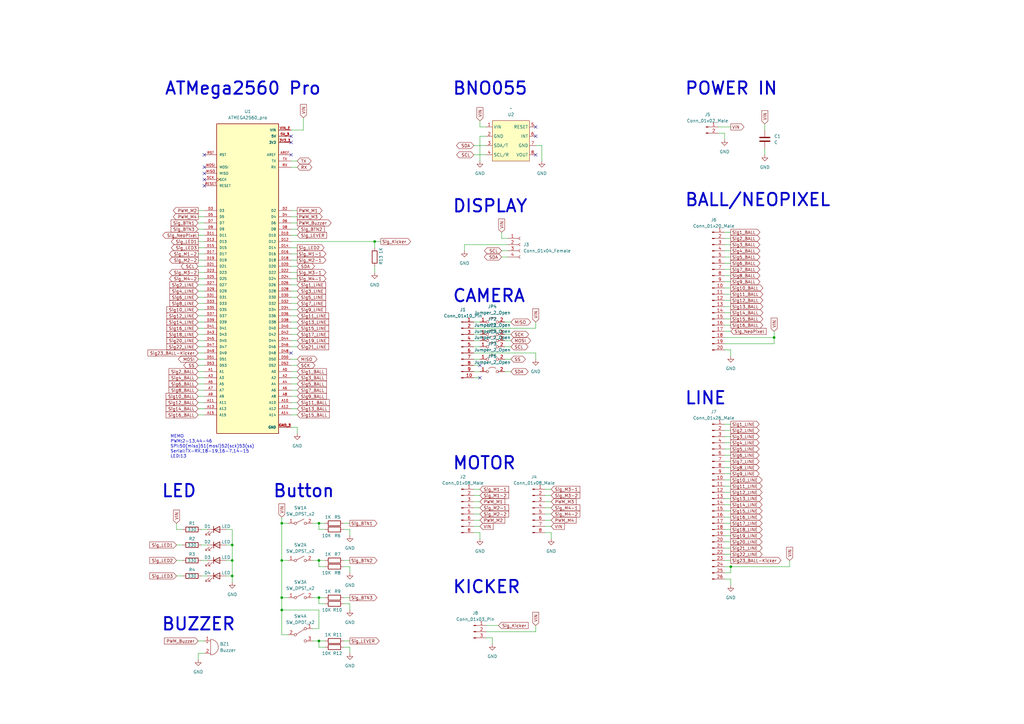
<source format=kicad_sch>
(kicad_sch (version 20231120) (generator "eeschema") (generator_version "8.0")
  (paper "A3")
  (junction (at 299.72 232.41))
  (junction (at 115.57 214.63))
  (junction (at 95.25 223.52))
  (junction (at 130.81 245.11))
  (junction (at 130.81 229.87))
  (junction (at 115.57 229.87))
  (junction (at 95.25 236.22))
  (junction (at 130.81 214.63))
  (junction (at 95.25 229.87))
  (junction (at 153.67 99.06))
  (junction (at 115.57 250.19))
  (junction (at 317.5 138.43))
  (junction (at 130.81 262.89))
  (junction (at 115.57 245.11))
  (no_connect (at 119.38 144.78))
  (no_connect (at 196.85 149.86))
  (no_connect (at 196.85 154.94))
  (no_connect (at 83.82 63.5))
  (no_connect (at 83.82 73.66))
  (no_connect (at 83.82 71.12))
  (no_connect (at 83.82 68.58))
  (no_connect (at 119.38 58.42))
  (no_connect (at 119.38 55.88))
  (no_connect (at 219.71 63.5))
  (no_connect (at 119.38 63.5))
  (no_connect (at 219.71 52.07))
  (no_connect (at 219.71 55.88))
  (no_connect (at 83.82 76.2))
  (wire (pts (xy 119.38 121.92) (xy 121.92 121.92)))
  (wire (pts (xy 119.38 127) (xy 121.92 127)))
  (wire (pts (xy 205.74 102.87) (xy 208.28 102.87)))
  (wire (pts (xy 313.69 50.8) (xy 313.69 53.34)))
  (wire (pts (xy 194.31 215.9) (xy 196.85 215.9)))
  (wire (pts (xy 223.52 215.9) (xy 226.06 215.9)))
  (wire (pts (xy 297.18 143.51) (xy 299.72 143.51)))
  (wire (pts (xy 199.39 55.88) (xy 196.85 55.88)))
  (wire (pts (xy 81.28 129.54) (xy 83.82 129.54)))
  (wire (pts (xy 297.18 113.03) (xy 299.72 113.03)))
  (wire (pts (xy 143.51 232.41) (xy 143.51 234.95)))
  (wire (pts (xy 124.46 48.26) (xy 124.46 53.34)))
  (wire (pts (xy 297.18 212.09) (xy 299.72 212.09)))
  (wire (pts (xy 223.52 203.2) (xy 226.06 203.2)))
  (wire (pts (xy 194.31 59.69) (xy 199.39 59.69)))
  (wire (pts (xy 81.28 127) (xy 83.82 127)))
  (wire (pts (xy 74.93 217.17) (xy 72.39 217.17)))
  (wire (pts (xy 140.97 265.43) (xy 143.51 265.43)))
  (wire (pts (xy 194.31 142.24) (xy 196.85 142.24)))
  (wire (pts (xy 83.82 144.78) (xy 81.28 144.78)))
  (wire (pts (xy 297.18 110.49) (xy 299.72 110.49)))
  (wire (pts (xy 297.18 229.87) (xy 299.72 229.87)))
  (wire (pts (xy 196.85 55.88) (xy 196.85 66.04)))
  (wire (pts (xy 119.38 132.08) (xy 121.92 132.08)))
  (wire (pts (xy 81.28 91.44) (xy 83.82 91.44)))
  (wire (pts (xy 297.18 179.07) (xy 299.72 179.07)))
  (wire (pts (xy 92.71 217.17) (xy 95.25 217.17)))
  (wire (pts (xy 115.57 214.63) (xy 118.11 214.63)))
  (wire (pts (xy 297.18 237.49) (xy 299.72 237.49)))
  (wire (pts (xy 81.28 104.14) (xy 83.82 104.14)))
  (wire (pts (xy 201.93 261.62) (xy 201.93 264.16)))
  (wire (pts (xy 119.38 116.84) (xy 121.92 116.84)))
  (wire (pts (xy 153.67 99.06) (xy 156.21 99.06)))
  (wire (pts (xy 297.18 54.61) (xy 297.18 57.15)))
  (wire (pts (xy 140.97 229.87) (xy 143.51 229.87)))
  (wire (pts (xy 297.18 219.71) (xy 299.72 219.71)))
  (wire (pts (xy 74.93 236.22) (xy 72.39 236.22)))
  (wire (pts (xy 92.71 236.22) (xy 95.25 236.22)))
  (wire (pts (xy 143.51 247.65) (xy 143.51 250.19)))
  (wire (pts (xy 130.81 229.87) (xy 130.81 232.41)))
  (wire (pts (xy 297.18 189.23) (xy 299.72 189.23)))
  (wire (pts (xy 194.31 144.78) (xy 219.71 144.78)))
  (wire (pts (xy 140.97 214.63) (xy 143.51 214.63)))
  (wire (pts (xy 81.28 88.9) (xy 83.82 88.9)))
  (wire (pts (xy 130.81 214.63) (xy 130.81 217.17)))
  (wire (pts (xy 119.38 66.04) (xy 121.92 66.04)))
  (wire (pts (xy 81.28 142.24) (xy 83.82 142.24)))
  (wire (pts (xy 299.72 237.49) (xy 299.72 240.03)))
  (wire (pts (xy 297.18 120.65) (xy 299.72 120.65)))
  (wire (pts (xy 81.28 109.22) (xy 83.82 109.22)))
  (wire (pts (xy 297.18 234.95) (xy 299.72 234.95)))
  (wire (pts (xy 119.38 101.6) (xy 121.92 101.6)))
  (wire (pts (xy 81.28 162.56) (xy 83.82 162.56)))
  (wire (pts (xy 115.57 214.63) (xy 115.57 229.87)))
  (wire (pts (xy 153.67 99.06) (xy 153.67 101.6)))
  (wire (pts (xy 194.31 137.16) (xy 196.85 137.16)))
  (wire (pts (xy 130.81 262.89) (xy 130.81 265.43)))
  (wire (pts (xy 115.57 229.87) (xy 115.57 245.11)))
  (wire (pts (xy 199.39 259.08) (xy 219.71 259.08)))
  (wire (pts (xy 128.27 245.11) (xy 130.81 245.11)))
  (wire (pts (xy 223.52 210.82) (xy 226.06 210.82)))
  (wire (pts (xy 297.18 214.63) (xy 299.72 214.63)))
  (wire (pts (xy 194.31 203.2) (xy 196.85 203.2)))
  (wire (pts (xy 207.01 132.08) (xy 209.55 132.08)))
  (wire (pts (xy 130.81 229.87) (xy 133.35 229.87)))
  (wire (pts (xy 199.39 256.54) (xy 204.47 256.54)))
  (wire (pts (xy 95.25 236.22) (xy 95.25 238.76)))
  (wire (pts (xy 81.28 101.6) (xy 83.82 101.6)))
  (wire (pts (xy 323.85 229.87) (xy 323.85 232.41)))
  (wire (pts (xy 130.81 265.43) (xy 133.35 265.43)))
  (wire (pts (xy 119.38 134.62) (xy 121.92 134.62)))
  (wire (pts (xy 119.38 88.9) (xy 121.92 88.9)))
  (wire (pts (xy 119.38 53.34) (xy 124.46 53.34)))
  (wire (pts (xy 121.92 175.26) (xy 119.38 175.26)))
  (wire (pts (xy 140.97 245.11) (xy 143.51 245.11)))
  (wire (pts (xy 81.28 137.16) (xy 83.82 137.16)))
  (wire (pts (xy 81.28 119.38) (xy 83.82 119.38)))
  (wire (pts (xy 119.38 91.44) (xy 121.92 91.44)))
  (wire (pts (xy 223.52 208.28) (xy 226.06 208.28)))
  (wire (pts (xy 121.92 177.8) (xy 121.92 175.26)))
  (wire (pts (xy 297.18 196.85) (xy 299.72 196.85)))
  (wire (pts (xy 82.55 223.52) (xy 85.09 223.52)))
  (wire (pts (xy 208.28 97.79) (xy 205.74 97.79)))
  (wire (pts (xy 81.28 262.89) (xy 83.82 262.89)))
  (wire (pts (xy 219.71 132.08) (xy 219.71 134.62)))
  (wire (pts (xy 194.31 213.36) (xy 196.85 213.36)))
  (wire (pts (xy 299.72 143.51) (xy 299.72 146.05)))
  (wire (pts (xy 81.28 99.06) (xy 83.82 99.06)))
  (wire (pts (xy 297.18 102.87) (xy 299.72 102.87)))
  (wire (pts (xy 130.81 245.11) (xy 133.35 245.11)))
  (wire (pts (xy 74.93 223.52) (xy 72.39 223.52)))
  (wire (pts (xy 81.28 96.52) (xy 83.82 96.52)))
  (wire (pts (xy 95.25 217.17) (xy 95.25 223.52)))
  (wire (pts (xy 130.81 217.17) (xy 133.35 217.17)))
  (wire (pts (xy 297.18 232.41) (xy 299.72 232.41)))
  (wire (pts (xy 297.18 133.35) (xy 299.72 133.35)))
  (wire (pts (xy 194.31 132.08) (xy 196.85 132.08)))
  (wire (pts (xy 196.85 218.44) (xy 194.31 218.44)))
  (wire (pts (xy 82.55 217.17) (xy 85.09 217.17)))
  (wire (pts (xy 194.31 152.4) (xy 196.85 152.4)))
  (wire (pts (xy 294.64 52.07) (xy 299.72 52.07)))
  (wire (pts (xy 219.71 59.69) (xy 222.25 59.69)))
  (wire (pts (xy 143.51 217.17) (xy 143.51 219.71)))
  (wire (pts (xy 119.38 68.58) (xy 121.92 68.58)))
  (wire (pts (xy 81.28 93.98) (xy 83.82 93.98)))
  (wire (pts (xy 130.81 262.89) (xy 133.35 262.89)))
  (wire (pts (xy 219.71 256.54) (xy 219.71 259.08)))
  (wire (pts (xy 190.5 100.33) (xy 190.5 102.87)))
  (wire (pts (xy 119.38 111.76) (xy 121.92 111.76)))
  (wire (pts (xy 207.01 139.7) (xy 209.55 139.7)))
  (wire (pts (xy 153.67 109.22) (xy 153.67 111.76)))
  (wire (pts (xy 81.28 116.84) (xy 83.82 116.84)))
  (wire (pts (xy 196.85 52.07) (xy 196.85 49.53)))
  (wire (pts (xy 297.18 224.79) (xy 299.72 224.79)))
  (wire (pts (xy 83.82 267.97) (xy 81.28 267.97)))
  (wire (pts (xy 297.18 173.99) (xy 299.72 173.99)))
  (wire (pts (xy 92.71 229.87) (xy 95.25 229.87)))
  (wire (pts (xy 317.5 135.89) (xy 317.5 138.43)))
  (wire (pts (xy 82.55 229.87) (xy 85.09 229.87)))
  (wire (pts (xy 297.18 130.81) (xy 299.72 130.81)))
  (wire (pts (xy 297.18 181.61) (xy 299.72 181.61)))
  (wire (pts (xy 223.52 200.66) (xy 226.06 200.66)))
  (wire (pts (xy 297.18 105.41) (xy 299.72 105.41)))
  (wire (pts (xy 199.39 52.07) (xy 196.85 52.07)))
  (wire (pts (xy 297.18 135.89) (xy 299.72 135.89)))
  (wire (pts (xy 119.38 170.18) (xy 121.92 170.18)))
  (wire (pts (xy 81.28 132.08) (xy 83.82 132.08)))
  (wire (pts (xy 81.28 267.97) (xy 81.28 270.51)))
  (wire (pts (xy 82.55 236.22) (xy 85.09 236.22)))
  (wire (pts (xy 119.38 93.98) (xy 121.92 93.98)))
  (wire (pts (xy 199.39 261.62) (xy 201.93 261.62)))
  (wire (pts (xy 74.93 229.87) (xy 72.39 229.87)))
  (wire (pts (xy 119.38 160.02) (xy 121.92 160.02)))
  (wire (pts (xy 140.97 217.17) (xy 143.51 217.17)))
  (wire (pts (xy 119.38 129.54) (xy 121.92 129.54)))
  (wire (pts (xy 297.18 204.47) (xy 299.72 204.47)))
  (wire (pts (xy 130.81 245.11) (xy 130.81 247.65)))
  (wire (pts (xy 119.38 119.38) (xy 121.92 119.38)))
  (wire (pts (xy 317.5 140.97) (xy 317.5 138.43)))
  (wire (pts (xy 226.06 218.44) (xy 223.52 218.44)))
  (wire (pts (xy 119.38 162.56) (xy 121.92 162.56)))
  (wire (pts (xy 299.72 232.41) (xy 323.85 232.41)))
  (wire (pts (xy 297.18 128.27) (xy 299.72 128.27)))
  (wire (pts (xy 81.28 106.68) (xy 83.82 106.68)))
  (wire (pts (xy 81.28 134.62) (xy 83.82 134.62)))
  (wire (pts (xy 297.18 191.77) (xy 299.72 191.77)))
  (wire (pts (xy 95.25 223.52) (xy 95.25 229.87)))
  (wire (pts (xy 207.01 152.4) (xy 209.55 152.4)))
  (wire (pts (xy 121.92 109.22) (xy 119.38 109.22)))
  (wire (pts (xy 297.18 186.69) (xy 299.72 186.69)))
  (wire (pts (xy 297.18 184.15) (xy 299.72 184.15)))
  (wire (pts (xy 297.18 138.43) (xy 317.5 138.43)))
  (wire (pts (xy 128.27 257.81) (xy 130.81 257.81)))
  (wire (pts (xy 297.18 140.97) (xy 317.5 140.97)))
  (wire (pts (xy 81.28 149.86) (xy 83.82 149.86)))
  (wire (pts (xy 119.38 167.64) (xy 121.92 167.64)))
  (wire (pts (xy 81.28 157.48) (xy 83.82 157.48)))
  (wire (pts (xy 194.31 139.7) (xy 196.85 139.7)))
  (wire (pts (xy 297.18 201.93) (xy 299.72 201.93)))
  (wire (pts (xy 81.28 139.7) (xy 83.82 139.7)))
  (wire (pts (xy 81.28 121.92) (xy 83.82 121.92)))
  (wire (pts (xy 194.31 200.66) (xy 196.85 200.66)))
  (wire (pts (xy 81.28 167.64) (xy 83.82 167.64)))
  (wire (pts (xy 205.74 95.25) (xy 205.74 97.79)))
  (wire (pts (xy 119.38 114.3) (xy 121.92 114.3)))
  (wire (pts (xy 297.18 227.33) (xy 299.72 227.33)))
  (wire (pts (xy 119.38 106.68) (xy 121.92 106.68)))
  (wire (pts (xy 119.38 152.4) (xy 121.92 152.4)))
  (wire (pts (xy 119.38 86.36) (xy 121.92 86.36)))
  (wire (pts (xy 140.97 262.89) (xy 143.51 262.89)))
  (wire (pts (xy 128.27 262.89) (xy 130.81 262.89)))
  (wire (pts (xy 297.18 207.01) (xy 299.72 207.01)))
  (wire (pts (xy 194.31 149.86) (xy 196.85 149.86)))
  (wire (pts (xy 119.38 165.1) (xy 121.92 165.1)))
  (wire (pts (xy 81.28 124.46) (xy 83.82 124.46)))
  (wire (pts (xy 297.18 97.79) (xy 299.72 97.79)))
  (wire (pts (xy 194.31 205.74) (xy 196.85 205.74)))
  (wire (pts (xy 81.28 86.36) (xy 83.82 86.36)))
  (wire (pts (xy 119.38 96.52) (xy 121.92 96.52)))
  (wire (pts (xy 143.51 265.43) (xy 143.51 267.97)))
  (wire (pts (xy 297.18 118.11) (xy 299.72 118.11)))
  (wire (pts (xy 81.28 165.1) (xy 83.82 165.1)))
  (wire (pts (xy 207.01 137.16) (xy 209.55 137.16)))
  (wire (pts (xy 119.38 157.48) (xy 121.92 157.48)))
  (wire (pts (xy 130.81 214.63) (xy 133.35 214.63)))
  (wire (pts (xy 119.38 139.7) (xy 121.92 139.7)))
  (wire (pts (xy 297.18 95.25) (xy 299.72 95.25)))
  (wire (pts (xy 223.52 205.74) (xy 226.06 205.74)))
  (wire (pts (xy 297.18 194.31) (xy 299.72 194.31)))
  (wire (pts (xy 194.31 63.5) (xy 199.39 63.5)))
  (wire (pts (xy 207.01 142.24) (xy 209.55 142.24)))
  (wire (pts (xy 196.85 220.98) (xy 196.85 218.44)))
  (wire (pts (xy 208.28 100.33) (xy 190.5 100.33)))
  (wire (pts (xy 299.72 232.41) (xy 299.72 234.95)))
  (wire (pts (xy 297.18 115.57) (xy 299.72 115.57)))
  (wire (pts (xy 219.71 144.78) (xy 219.71 147.32)))
  (wire (pts (xy 119.38 104.14) (xy 121.92 104.14)))
  (wire (pts (xy 119.38 137.16) (xy 121.92 137.16)))
  (wire (pts (xy 119.38 142.24) (xy 121.92 142.24)))
  (wire (pts (xy 140.97 247.65) (xy 143.51 247.65)))
  (wire (pts (xy 297.18 217.17) (xy 299.72 217.17)))
  (wire (pts (xy 194.31 134.62) (xy 219.71 134.62)))
  (wire (pts (xy 297.18 209.55) (xy 299.72 209.55)))
  (wire (pts (xy 81.28 147.32) (xy 83.82 147.32)))
  (wire (pts (xy 115.57 212.09) (xy 115.57 214.63)))
  (wire (pts (xy 130.81 257.81) (xy 130.81 250.19)))
  (wire (pts (xy 115.57 245.11) (xy 115.57 250.19)))
  (wire (pts (xy 297.18 176.53) (xy 299.72 176.53)))
  (wire (pts (xy 128.27 214.63) (xy 130.81 214.63)))
  (wire (pts (xy 226.06 220.98) (xy 226.06 218.44)))
  (wire (pts (xy 128.27 229.87) (xy 130.81 229.87)))
  (wire (pts (xy 194.31 147.32) (xy 196.85 147.32)))
  (wire (pts (xy 223.52 213.36) (xy 226.06 213.36)))
  (wire (pts (xy 297.18 100.33) (xy 299.72 100.33)))
  (wire (pts (xy 119.38 124.46) (xy 121.92 124.46)))
  (wire (pts (xy 115.57 250.19) (xy 115.57 260.35)))
  (wire (pts (xy 81.28 154.94) (xy 83.82 154.94)))
  (wire (pts (xy 205.74 105.41) (xy 208.28 105.41)))
  (wire (pts (xy 297.18 107.95) (xy 299.72 107.95)))
  (wire (pts (xy 194.31 154.94) (xy 196.85 154.94)))
  (wire (pts (xy 81.28 160.02) (xy 83.82 160.02)))
  (wire (pts (xy 222.25 59.69) (xy 222.25 66.04)))
  (wire (pts (xy 119.38 147.32) (xy 121.92 147.32)))
  (wire (pts (xy 115.57 260.35) (xy 118.11 260.35)))
  (wire (pts (xy 95.25 229.87) (xy 95.25 236.22)))
  (wire (pts (xy 115.57 229.87) (xy 118.11 229.87)))
  (wire (pts (xy 207.01 147.32) (xy 209.55 147.32)))
  (wire (pts (xy 81.28 114.3) (xy 83.82 114.3)))
  (wire (pts (xy 194.31 208.28) (xy 196.85 208.28)))
  (wire (pts (xy 297.18 222.25) (xy 299.72 222.25)))
  (wire (pts (xy 297.18 199.39) (xy 299.72 199.39)))
  (wire (pts (xy 119.38 99.06) (xy 153.67 99.06)))
  (wire (pts (xy 294.64 54.61) (xy 297.18 54.61)))
  (wire (pts (xy 130.81 250.19) (xy 115.57 250.19)))
  (wire (pts (xy 297.18 123.19) (xy 299.72 123.19)))
  (wire (pts (xy 72.39 214.63) (xy 72.39 217.17)))
  (wire (pts (xy 92.71 223.52) (xy 95.25 223.52)))
  (wire (pts (xy 130.81 247.65) (xy 133.35 247.65)))
  (wire (pts (xy 130.81 232.41) (xy 133.35 232.41)))
  (wire (pts (xy 119.38 149.86) (xy 121.92 149.86)))
  (wire (pts (xy 81.28 152.4) (xy 83.82 152.4)))
  (wire (pts (xy 297.18 125.73) (xy 299.72 125.73)))
  (wire (pts (xy 119.38 154.94) (xy 121.92 154.94)))
  (wire (pts (xy 81.28 170.18) (xy 83.82 170.18)))
  (wire (pts (xy 313.69 60.96) (xy 313.69 63.5)))
  (wire (pts (xy 115.57 245.11) (xy 118.11 245.11)))
  (wire (pts (xy 81.28 111.76) (xy 83.82 111.76)))
  (wire (pts (xy 194.31 210.82) (xy 196.85 210.82)))
  (wire (pts (xy 140.97 232.41) (xy 143.51 232.41)))
  (text "BALL/NEOPIXEL" (at 280.67 85.09 0) (effects (font (size 5.08 5.08) (thickness 0.762) (bold yes)) (justify left bottom)))
  (text "DISPLAY" (at 185.42 87.63 0) (effects (font (size 5.08 5.08) (thickness 0.762) (bold yes)) (justify left bottom)))
  (text "CAMERA" (at 185.42 124.46 0) (effects (font (size 5.08 5.08) (thickness 0.762) (bold yes)) (justify left bottom)))
  (text "LED" (at 66.04 204.47 0) (effects (font (size 5.08 5.08) (thickness 0.762) (bold yes)) (justify left bottom)))
  (text "BNO055" (at 185.42 39.37 0) (effects (font (size 5.08 5.08) (thickness 0.762) (bold yes)) (justify left bottom)))
  (text "Button" (at 111.76 204.47 0) (effects (font (size 5.08 5.08) (thickness 0.762) (bold yes)) (justify left bottom)))
  (text "BUZZER" (at 66.04 259.08 0) (effects (font (size 5.08 5.08) (thickness 0.762) (bold yes)) (justify left bottom)))
  (text "MOTOR" (at 185.42 193.04 0) (effects (font (size 5.08 5.08) (thickness 0.762) (bold yes)) (justify left bottom)))
  (text "MEMO\nPWM:2-13,44-46\nSPI:50(miso)51(mosi)52(sck)53(ss)\nSerial:TX-RX,18-19,16-7,14-15\nLED:13" (at 69.85 187.96 0) (effects (font (size 1.27 1.27)) (justify left bottom)))
  (text "LINE" (at 280.67 166.37 0) (effects (font (size 5.08 5.08) (thickness 0.762) (bold yes)) (justify left bottom)))
  (text "POWER IN" (at 280.67 39.37 0) (effects (font (size 5.08 5.08) (thickness 0.762) (bold yes)) (justify left bottom)))
  (text "KICKER" (at 185.42 243.84 0) (effects (font (size 5.08 5.08) (thickness 0.762) (bold yes)) (justify left bottom)))
  (text "ATMega2560 Pro" (at 67.31 39.37 0) (effects (font (size 5.08 5.08) (thickness 0.762) (bold yes)) (justify left bottom)))
  (global_label "Sig22_LINE" (shape input) (at 81.28 142.24 180) (property "Intersheetrefs" "${INTERSHEET_REFS}" (effects (hide yes))))
  (global_label "Sig5_LINE" (shape output) (at 299.72 184.15 0) (property "Intersheetrefs" "${INTERSHEET_REFS}" (effects (hide yes))))
  (global_label "PWM_M4" (shape input) (at 226.06 213.36 0) (property "Intersheetrefs" "${INTERSHEET_REFS}" (effects (hide yes))))
  (global_label "VIN" (shape input) (at 313.69 50.8 90) (property "Intersheetrefs" "${INTERSHEET_REFS}" (effects (hide yes))))
  (global_label "Sig7_BALL" (shape input) (at 121.92 160.02 0) (property "Intersheetrefs" "${INTERSHEET_REFS}" (effects (hide yes))))
  (global_label "Sig15_BALL" (shape input) (at 121.92 170.18 0) (property "Intersheetrefs" "${INTERSHEET_REFS}" (effects (hide yes))))
  (global_label "Sig6_BALL" (shape output) (at 299.72 107.95 0) (property "Intersheetrefs" "${INTERSHEET_REFS}" (effects (hide yes))))
  (global_label "PWM_Buzzer" (shape output) (at 121.92 91.44 0) (property "Intersheetrefs" "${INTERSHEET_REFS}" (effects (hide yes))))
  (global_label "SDA" (shape bidirectional) (at 194.31 59.69 180) (property "Intersheetrefs" "${INTERSHEET_REFS}" (effects (hide yes))))
  (global_label "Sig16_LINE" (shape input) (at 81.28 134.62 180) (property "Intersheetrefs" "${INTERSHEET_REFS}" (effects (hide yes))))
  (global_label "Sig17_LINE" (shape input) (at 121.92 137.16 0) (property "Intersheetrefs" "${INTERSHEET_REFS}" (effects (hide yes))))
  (global_label "VIN" (shape input) (at 323.85 229.87 90) (property "Intersheetrefs" "${INTERSHEET_REFS}" (effects (hide yes))))
  (global_label "VIN" (shape input) (at 205.74 95.25 90) (property "Intersheetrefs" "${INTERSHEET_REFS}" (effects (hide yes))))
  (global_label "Sig9_BALL" (shape output) (at 299.72 115.57 0) (property "Intersheetrefs" "${INTERSHEET_REFS}" (effects (hide yes))))
  (global_label "Sig_LED3" (shape output) (at 81.28 101.6 180) (property "Intersheetrefs" "${INTERSHEET_REFS}" (effects (hide yes))))
  (global_label "Sig5_BALL" (shape input) (at 121.92 157.48 0) (property "Intersheetrefs" "${INTERSHEET_REFS}" (effects (hide yes))))
  (global_label "Sig16_LINE" (shape output) (at 299.72 212.09 0) (property "Intersheetrefs" "${INTERSHEET_REFS}" (effects (hide yes))))
  (global_label "Sig11_LINE" (shape output) (at 299.72 199.39 0) (property "Intersheetrefs" "${INTERSHEET_REFS}" (effects (hide yes))))
  (global_label "Sig13_LINE" (shape output) (at 299.72 204.47 0) (property "Intersheetrefs" "${INTERSHEET_REFS}" (effects (hide yes))))
  (global_label "Sig20_LINE" (shape output) (at 299.72 222.25 0) (property "Intersheetrefs" "${INTERSHEET_REFS}" (effects (hide yes))))
  (global_label "Sig11_LINE" (shape input) (at 121.92 129.54 0) (property "Intersheetrefs" "${INTERSHEET_REFS}" (effects (hide yes))))
  (global_label "Sig15_LINE" (shape input) (at 121.92 134.62 0) (property "Intersheetrefs" "${INTERSHEET_REFS}" (effects (hide yes))))
  (global_label "Sig_M1-1" (shape input) (at 196.85 200.66 0) (property "Intersheetrefs" "${INTERSHEET_REFS}" (effects (hide yes))))
  (global_label "Sig_LED1" (shape input) (at 72.39 223.52 180) (property "Intersheetrefs" "${INTERSHEET_REFS}" (effects (hide yes))))
  (global_label "SS" (shape bidirectional) (at 209.55 147.32 0) (property "Intersheetrefs" "${INTERSHEET_REFS}" (effects (hide yes))))
  (global_label "Sig_LED3" (shape input) (at 72.39 236.22 180) (property "Intersheetrefs" "${INTERSHEET_REFS}" (effects (hide yes))))
  (global_label "PWM_M2" (shape output) (at 81.28 86.36 180) (property "Intersheetrefs" "${INTERSHEET_REFS}" (effects (hide yes))))
  (global_label "SCL" (shape bidirectional) (at 81.28 109.22 180) (property "Intersheetrefs" "${INTERSHEET_REFS}" (effects (hide yes))))
  (global_label "Sig_M3-1" (shape output) (at 121.92 111.76 0) (property "Intersheetrefs" "${INTERSHEET_REFS}" (effects (hide yes))))
  (global_label "MOSI" (shape bidirectional) (at 209.55 139.7 0) (property "Intersheetrefs" "${INTERSHEET_REFS}" (effects (hide yes))))
  (global_label "Sig15_LINE" (shape output) (at 299.72 209.55 0) (property "Intersheetrefs" "${INTERSHEET_REFS}" (effects (hide yes))))
  (global_label "Sig_M4-2" (shape input) (at 226.06 210.82 0) (property "Intersheetrefs" "${INTERSHEET_REFS}" (effects (hide yes))))
  (global_label "Sig3_LINE" (shape output) (at 299.72 179.07 0) (property "Intersheetrefs" "${INTERSHEET_REFS}" (effects (hide yes))))
  (global_label "Sig11_BALL" (shape output) (at 299.72 120.65 0) (property "Intersheetrefs" "${INTERSHEET_REFS}" (effects (hide yes))))
  (global_label "SDA" (shape bidirectional) (at 121.92 109.22 0) (property "Intersheetrefs" "${INTERSHEET_REFS}" (effects (hide yes))))
  (global_label "Sig4_LINE" (shape output) (at 299.72 181.61 0) (property "Intersheetrefs" "${INTERSHEET_REFS}" (effects (hide yes))))
  (global_label "SCK" (shape bidirectional) (at 121.92 149.86 0) (property "Intersheetrefs" "${INTERSHEET_REFS}" (effects (hide yes))))
  (global_label "VIN" (shape input) (at 317.5 135.89 90) (property "Intersheetrefs" "${INTERSHEET_REFS}" (effects (hide yes))))
  (global_label "TX" (shape bidirectional) (at 121.92 66.04 0) (property "Intersheetrefs" "${INTERSHEET_REFS}" (effects (hide yes))))
  (global_label "Sig10_BALL" (shape output) (at 299.72 118.11 0) (property "Intersheetrefs" "${INTERSHEET_REFS}" (effects (hide yes))))
  (global_label "Sig12_LINE" (shape output) (at 299.72 201.93 0) (property "Intersheetrefs" "${INTERSHEET_REFS}" (effects (hide yes))))
  (global_label "Sig_M2-2" (shape output) (at 81.28 106.68 180) (property "Intersheetrefs" "${INTERSHEET_REFS}" (effects (hide yes))))
  (global_label "Sig_M2-1" (shape input) (at 196.85 208.28 0) (property "Intersheetrefs" "${INTERSHEET_REFS}" (effects (hide yes))))
  (global_label "SDA" (shape bidirectional) (at 205.74 105.41 180) (property "Intersheetrefs" "${INTERSHEET_REFS}" (effects (hide yes))))
  (global_label "SCL" (shape bidirectional) (at 205.74 102.87 180) (property "Intersheetrefs" "${INTERSHEET_REFS}" (effects (hide yes))))
  (global_label "Sig_M3-2" (shape input) (at 226.06 203.2 0) (property "Intersheetrefs" "${INTERSHEET_REFS}" (effects (hide yes))))
  (global_label "SCK" (shape bidirectional) (at 209.55 137.16 0) (property "Intersheetrefs" "${INTERSHEET_REFS}" (effects (hide yes))))
  (global_label "Sig9_LINE" (shape input) (at 121.92 127 0) (property "Intersheetrefs" "${INTERSHEET_REFS}" (effects (hide yes))))
  (global_label "Sig_M3-2" (shape output) (at 81.28 111.76 180) (property "Intersheetrefs" "${INTERSHEET_REFS}" (effects (hide yes))))
  (global_label "Sig2_BALL" (shape input) (at 81.28 152.4 180) (property "Intersheetrefs" "${INTERSHEET_REFS}" (effects (hide yes))))
  (global_label "Sig_BTN2" (shape input) (at 121.92 93.98 0) (property "Intersheetrefs" "${INTERSHEET_REFS}" (effects (hide yes))))
  (global_label "Sig_BTN3" (shape output) (at 143.51 245.11 0) (property "Intersheetrefs" "${INTERSHEET_REFS}" (effects (hide yes))))
  (global_label "Sig12_BALL" (shape output) (at 299.72 123.19 0) (property "Intersheetrefs" "${INTERSHEET_REFS}" (effects (hide yes))))
  (global_label "Sig6_LINE" (shape input) (at 81.28 121.92 180) (property "Intersheetrefs" "${INTERSHEET_REFS}" (effects (hide yes))))
  (global_label "Sig12_LINE" (shape input) (at 81.28 129.54 180) (property "Intersheetrefs" "${INTERSHEET_REFS}" (effects (hide yes))))
  (global_label "Sig1_LINE" (shape input) (at 121.92 116.84 0) (property "Intersheetrefs" "${INTERSHEET_REFS}" (effects (hide yes))))
  (global_label "Sig14_BALL" (shape input) (at 81.28 167.64 180) (property "Intersheetrefs" "${INTERSHEET_REFS}" (effects (hide yes))))
  (global_label "PWM_M3" (shape output) (at 121.92 88.9 0) (property "Intersheetrefs" "${INTERSHEET_REFS}" (effects (hide yes))))
  (global_label "Sig_NeoPixel" (shape input) (at 299.72 135.89 0) (property "Intersheetrefs" "${INTERSHEET_REFS}" (effects (hide yes))))
  (global_label "MOSI" (shape bidirectional) (at 81.28 147.32 180) (property "Intersheetrefs" "${INTERSHEET_REFS}" (effects (hide yes))))
  (global_label "Sig18_LINE" (shape output) (at 299.72 217.17 0) (property "Intersheetrefs" "${INTERSHEET_REFS}" (effects (hide yes))))
  (global_label "SCL" (shape bidirectional) (at 194.31 63.5 180) (property "Intersheetrefs" "${INTERSHEET_REFS}" (effects (hide yes))))
  (global_label "Sig_LED2" (shape input) (at 72.39 229.87 180) (property "Intersheetrefs" "${INTERSHEET_REFS}" (effects (hide yes))))
  (global_label "Sig16_BALL" (shape output) (at 299.72 133.35 0) (property "Intersheetrefs" "${INTERSHEET_REFS}" (effects (hide yes))))
  (global_label "RX" (shape bidirectional) (at 121.92 68.58 0) (property "Intersheetrefs" "${INTERSHEET_REFS}" (effects (hide yes))))
  (global_label "Sig_M2-1" (shape output) (at 121.92 106.68 0) (property "Intersheetrefs" "${INTERSHEET_REFS}" (effects (hide yes))))
  (global_label "PWM_M2" (shape input) (at 196.85 213.36 0) (property "Intersheetrefs" "${INTERSHEET_REFS}" (effects (hide yes))))
  (global_label "VIN" (shape input) (at 196.85 49.53 90) (property "Intersheetrefs" "${INTERSHEET_REFS}" (effects (hide yes))))
  (global_label "Sig_M1-1" (shape output) (at 121.92 104.14 0) (property "Intersheetrefs" "${INTERSHEET_REFS}" (effects (hide yes))))
  (global_label "Sig_LEVER" (shape output) (at 143.51 262.89 0) (property "Intersheetrefs" "${INTERSHEET_REFS}" (effects (hide yes))))
  (global_label "Sig5_BALL" (shape output) (at 299.72 105.41 0) (property "Intersheetrefs" "${INTERSHEET_REFS}" (effects (hide yes))))
  (global_label "Sig4_BALL" (shape output) (at 299.72 102.87 0) (property "Intersheetrefs" "${INTERSHEET_REFS}" (effects (hide yes))))
  (global_label "Sig_Kicker" (shape output) (at 156.21 99.06 0) (property "Intersheetrefs" "${INTERSHEET_REFS}" (effects (hide yes))))
  (global_label "Sig1_BALL" (shape output) (at 299.72 95.25 0) (property "Intersheetrefs" "${INTERSHEET_REFS}" (effects (hide yes))))
  (global_label "Sig22_LINE" (shape output) (at 299.72 227.33 0) (property "Intersheetrefs" "${INTERSHEET_REFS}" (effects (hide yes))))
  (global_label "Sig15_BALL" (shape output) (at 299.72 130.81 0) (property "Intersheetrefs" "${INTERSHEET_REFS}" (effects (hide yes))))
  (global_label "Sig_LEVER" (shape input) (at 121.92 96.52 0) (property "Intersheetrefs" "${INTERSHEET_REFS}" (effects (hide yes))))
  (global_label "Sig7_LINE" (shape input) (at 121.92 124.46 0) (property "Intersheetrefs" "${INTERSHEET_REFS}" (effects (hide yes))))
  (global_label "Sig6_LINE" (shape output) (at 299.72 186.69 0) (property "Intersheetrefs" "${INTERSHEET_REFS}" (effects (hide yes))))
  (global_label "VIN" (shape input) (at 72.39 214.63 90) (property "Intersheetrefs" "${INTERSHEET_REFS}" (effects (hide yes))))
  (global_label "Sig16_BALL" (shape input) (at 81.28 170.18 180) (property "Intersheetrefs" "${INTERSHEET_REFS}" (effects (hide yes))))
  (global_label "VIN" (shape input) (at 196.85 215.9 0) (property "Intersheetrefs" "${INTERSHEET_REFS}" (effects (hide yes))))
  (global_label "Sig_BTN1" (shape input) (at 81.28 91.44 180) (property "Intersheetrefs" "${INTERSHEET_REFS}" (effects (hide yes))))
  (global_label "Sig4_LINE" (shape input) (at 81.28 119.38 180) (property "Intersheetrefs" "${INTERSHEET_REFS}" (effects (hide yes))))
  (global_label "Sig17_LINE" (shape output) (at 299.72 214.63 0) (property "Intersheetrefs" "${INTERSHEET_REFS}" (effects (hide yes))))
  (global_label "Sig_BTN2" (shape output) (at 143.51 229.87 0) (property "Intersheetrefs" "${INTERSHEET_REFS}" (effects (hide yes))))
  (global_label "Sig18_LINE" (shape input) (at 81.28 137.16 180) (property "Intersheetrefs" "${INTERSHEET_REFS}" (effects (hide yes))))
  (global_label "Sig14_LINE" (shape input) (at 81.28 132.08 180) (property "Intersheetrefs" "${INTERSHEET_REFS}" (effects (hide yes))))
  (global_label "Sig4_BALL" (shape input) (at 81.28 154.94 180) (property "Intersheetrefs" "${INTERSHEET_REFS}" (effects (hide yes))))
  (global_label "SS" (shape bidirectional) (at 81.28 149.86 180) (property "Intersheetrefs" "${INTERSHEET_REFS}" (effects (hide yes))))
  (global_label "Sig10_BALL" (shape input) (at 81.28 162.56 180) (property "Intersheetrefs" "${INTERSHEET_REFS}" (effects (hide yes))))
  (global_label "Sig8_BALL" (shape input) (at 81.28 160.02 180) (property "Intersheetrefs" "${INTERSHEET_REFS}" (effects (hide yes))))
  (global_label "MISO" (shape bidirectional) (at 209.55 132.08 0) (property "Intersheetrefs" "${INTERSHEET_REFS}" (effects (hide yes))))
  (global_label "Sig14_BALL" (shape output) (at 299.72 128.27 0) (property "Intersheetrefs" "${INTERSHEET_REFS}" (effects (hide yes))))
  (global_label "VIN" (shape input) (at 124.46 48.26 90) (property "Intersheetrefs" "${INTERSHEET_REFS}" (effects (hide yes))))
  (global_label "Sig12_BALL" (shape input) (at 81.28 165.1 180) (property "Intersheetrefs" "${INTERSHEET_REFS}" (effects (hide yes))))
  (global_label "Sig13_BALL" (shape output) (at 299.72 125.73 0) (property "Intersheetrefs" "${INTERSHEET_REFS}" (effects (hide yes))))
  (global_label "PWM_M3" (shape input) (at 226.06 205.74 0) (property "Intersheetrefs" "${INTERSHEET_REFS}" (effects (hide yes))))
  (global_label "Sig11_BALL" (shape input) (at 121.92 165.1 0) (property "Intersheetrefs" "${INTERSHEET_REFS}" (effects (hide yes))))
  (global_label "Sig9_LINE" (shape output) (at 299.72 194.31 0) (property "Intersheetrefs" "${INTERSHEET_REFS}" (effects (hide yes))))
  (global_label "VIN" (shape input) (at 115.57 212.09 90) (property "Intersheetrefs" "${INTERSHEET_REFS}" (effects (hide yes))))
  (global_label "Sig23_BALL-Kicker" (shape input) (at 81.28 144.78 180) (property "Intersheetrefs" "${INTERSHEET_REFS}" (effects (hide yes))))
  (global_label "Sig8_BALL" (shape output) (at 299.72 113.03 0) (property "Intersheetrefs" "${INTERSHEET_REFS}" (effects (hide yes))))
  (global_label "Sig_BTN1" (shape output) (at 143.51 214.63 0) (property "Intersheetrefs" "${INTERSHEET_REFS}" (effects (hide yes))))
  (global_label "Sig3_LINE" (shape input) (at 121.92 119.38 0) (property "Intersheetrefs" "${INTERSHEET_REFS}" (effects (hide yes))))
  (global_label "Sig8_LINE" (shape output) (at 299.72 191.77 0) (property "Intersheetrefs" "${INTERSHEET_REFS}" (effects (hide yes))))
  (global_label "Sig_M4-1" (shape output) (at 121.92 114.3 0) (property "Intersheetrefs" "${INTERSHEET_REFS}" (effects (hide yes))))
  (global_label "Sig19_LINE" (shape output) (at 299.72 219.71 0) (property "Intersheetrefs" "${INTERSHEET_REFS}" (effects (hide yes))))
  (global_label "Sig_M3-1" (shape input) (at 226.06 200.66 0) (property "Intersheetrefs" "${INTERSHEET_REFS}" (effects (hide yes))))
  (global_label "PWM_Buzzer" (shape input) (at 81.28 262.89 180) (property "Intersheetrefs" "${INTERSHEET_REFS}" (effects (hide yes))))
  (global_label "Sig9_BALL" (shape input) (at 121.92 162.56 0) (property "Intersheetrefs" "${INTERSHEET_REFS}" (effects (hide yes))))
  (global_label "Sig_M4-2" (shape output) (at 81.28 114.3 180) (property "Intersheetrefs" "${INTERSHEET_REFS}" (effects (hide yes))))
  (global_label "Sig5_LINE" (shape input) (at 121.92 121.92 0) (property "Intersheetrefs" "${INTERSHEET_REFS}" (effects (hide yes))))
  (global_label "Sig21_LINE" (shape output) (at 299.72 224.79 0) (property "Intersheetrefs" "${INTERSHEET_REFS}" (effects (hide yes))))
  (global_label "Sig_M1-2" (shape output) (at 81.28 104.14 180) (property "Intersheetrefs" "${INTERSHEET_REFS}" (effects (hide yes))))
  (global_label "Sig_M4-1" (shape input) (at 226.06 208.28 0) (property "Intersheetrefs" "${INTERSHEET_REFS}" (effects (hide yes))))
  (global_label "Sig8_LINE" (shape input) (at 81.28 124.46 180) (property "Intersheetrefs" "${INTERSHEET_REFS}" (effects (hide yes))))
  (global_label "Sig23_BALL-Kicker" (shape output) (at 299.72 229.87 0) (property "Intersheetrefs" "${INTERSHEET_REFS}" (effects (hide yes))))
  (global_label "Sig_LED2" (shape output) (at 121.92 101.6 0) (property "Intersheetrefs" "${INTERSHEET_REFS}" (effects (hide yes))))
  (global_label "Sig19_LINE" (shape input) (at 121.92 139.7 0) (property "Intersheetrefs" "${INTERSHEET_REFS}" (effects (hide yes))))
  (global_label "Sig6_BALL" (shape input) (at 81.28 157.48 180) (property "Intersheetrefs" "${INTERSHEET_REFS}" (effects (hide yes))))
  (global_label "Sig13_BALL" (shape input) (at 121.92 167.64 0) (property "Intersheetrefs" "${INTERSHEET_REFS}" (effects (hide yes))))
  (global_label "MISO" (shape bidirectional) (at 121.92 147.32 0) (property "Intersheetrefs" "${INTERSHEET_REFS}" (effects (hide yes))))
  (global_label "Sig1_LINE" (shape output) (at 299.72 173.99 0) (property "Intersheetrefs" "${INTERSHEET_REFS}" (effects (hide yes))))
  (global_label "Sig21_LINE" (shape input) (at 121.92 142.24 0) (property "Intersheetrefs" "${INTERSHEET_REFS}" (effects (hide yes))))
  (global_label "Sig10_LINE" (shape input) (at 81.28 127 180) (property "Intersheetrefs" "${INTERSHEET_REFS}" (effects (hide yes))))
  (global_label "Sig_M2-2" (shape input) (at 196.85 210.82 0) (property "Intersheetrefs" "${INTERSHEET_REFS}" (effects (hide yes))))
  (global_label "Sig7_LINE" (shape output) (at 299.72 189.23 0) (property "Intersheetrefs" "${INTERSHEET_REFS}" (effects (hide yes))))
  (global_label "Sig20_LINE" (shape input) (at 81.28 139.7 180) (property "Intersheetrefs" "${INTERSHEET_REFS}" (effects (hide yes))))
  (global_label "Sig10_LINE" (shape output) (at 299.72 196.85 0) (property "Intersheetrefs" "${INTERSHEET_REFS}" (effects (hide yes))))
  (global_label "PWM_M1" (shape input) (at 196.85 205.74 0) (property "Intersheetrefs" "${INTERSHEET_REFS}" (effects (hide yes))))
  (global_label "Sig1_BALL" (shape input) (at 121.92 152.4 0) (property "Intersheetrefs" "${INTERSHEET_REFS}" (effects (hide yes))))
  (global_label "SCL" (shape bidirectional) (at 209.55 142.24 0) (property "Intersheetrefs" "${INTERSHEET_REFS}" (effects (hide yes))))
  (global_label "PWM_M4" (shape output) (at 81.28 88.9 180) (property "Intersheetrefs" "${INTERSHEET_REFS}" (effects (hide yes))))
  (global_label "Sig2_LINE" (shape output) (at 299.72 176.53 0) (property "Intersheetrefs" "${INTERSHEET_REFS}" (effects (hide yes))))
  (global_label "Sig13_LINE" (shape input) (at 121.92 132.08 0) (property "Intersheetrefs" "${INTERSHEET_REFS}" (effects (hide yes))))
  (global_label "Sig7_BALL" (shape output) (at 299.72 110.49 0) (property "Intersheetrefs" "${INTERSHEET_REFS}" (effects (hide yes))))
  (global_label "Sig14_LINE" (shape output) (at 299.72 207.01 0) (property "Intersheetrefs" "${INTERSHEET_REFS}" (effects (hide yes))))
  (global_label "PWM_M1" (shape output) (at 121.92 86.36 0) (property "Intersheetrefs" "${INTERSHEET_REFS}" (effects (hide yes))))
  (global_label "Sig_NeoPixel" (shape output) (at 81.28 96.52 180) (property "Intersheetrefs" "${INTERSHEET_REFS}" (effects (hide yes))))
  (global_label "SDA" (shape bidirectional) (at 209.55 152.4 0) (property "Intersheetrefs" "${INTERSHEET_REFS}" (effects (hide yes))))
  (global_label "VIN" (shape input) (at 219.71 256.54 90) (property "Intersheetrefs" "${INTERSHEET_REFS}" (effects (hide yes))))
  (global_label "VIN" (shape output) (at 299.72 52.07 0) (property "Intersheetrefs" "${INTERSHEET_REFS}" (effects (hide yes))))
  (global_label "VIN" (shape input) (at 226.06 215.9 0) (property "Intersheetrefs" "${INTERSHEET_REFS}" (effects (hide yes))))
  (global_label "Sig_LED1" (shape output) (at 81.28 99.06 180) (property "Intersheetrefs" "${INTERSHEET_REFS}" (effects (hide yes))))
  (global_label "Sig_M1-2" (shape input) (at 196.85 203.2 0) (property "Intersheetrefs" "${INTERSHEET_REFS}" (effects (hide yes))))
  (global_label "Sig3_BALL" (shape output) (at 299.72 100.33 0) (property "Intersheetrefs" "${INTERSHEET_REFS}" (effects (hide yes))))
  (global_label "Sig_Kicker" (shape input) (at 204.47 256.54 0) (property "Intersheetrefs" "${INTERSHEET_REFS}" (effects (hide yes))))
  (global_label "Sig2_BALL" (shape output) (at 299.72 97.79 0) (property "Intersheetrefs" "${INTERSHEET_REFS}" (effects (hide yes))))
  (global_label "Sig3_BALL" (shape input) (at 121.92 154.94 0) (property "Intersheetrefs" "${INTERSHEET_REFS}" (effects (hide yes))))
  (global_label "Sig2_LINE" (shape input) (at 81.28 116.84 180) (property "Intersheetrefs" "${INTERSHEET_REFS}" (effects (hide yes))))
  (global_label "VIN" (shape input) (at 219.71 132.08 90) (property "Intersheetrefs" "${INTERSHEET_REFS}" (effects (hide yes))))
  (global_label "Sig_BTN3" (shape input) (at 81.28 93.98 180) (property "Intersheetrefs" "${INTERSHEET_REFS}" (effects (hide yes))))
  (symbol (lib_id "power:GND") (at 299.72 146.05 0) (unit 1)
    (property "Reference" "#PWR015" (effects (hide yes)))
    (property "Value" "GND" (at 299.72 151.13 0))
  )
  (symbol (lib_id "Switch:SW_DPST_x2") (at 123.19 229.87 0) (unit 1)
    (property "Reference" "SW2" (at 123.19 223.52 0))
    (property "Value" "SW_DPST_x2" (at 123.19 226.06 0))
    (property "Footprint" "@2023_MainBoard:TVBP06-B043C" (effects (hide yes)))
  )
  (symbol (lib_id "power:GND") (at 81.28 270.51 0) (unit 1)
    (property "Reference" "#PWR01" (effects (hide yes)))
    (property "Value" "GND" (at 81.28 275.59 0))
  )
  (symbol (lib_id "Device:R") (at 137.16 232.41 270) (unit 1)
    (property "Reference" "R8" (at 138.43 234.95 90))
    (property "Value" "10K" (at 135.89 234.95 90) (effects (justify right)))
    (property "Footprint" "Resistor_SMD:R_0805_2012Metric" (effects (hide yes)))
  )
  (symbol (lib_id "Device:Buzzer") (at 86.36 265.43 0) (unit 1)
    (property "Reference" "BZ1" (at 90.17 264.1599 0) (effects (justify left)))
    (property "Value" "Buzzer" (at 90.17 266.6999 0) (effects (justify left)))
    (property "Footprint" "@2023_MainBoard:PKM13EPYH4000-A0" (effects (hide yes)))
  )
  (symbol (lib_id "power:GND") (at 299.72 240.03 0) (unit 1)
    (property "Reference" "#PWR016" (effects (hide yes)))
    (property "Value" "GND" (at 299.72 245.11 0))
  )
  (symbol (lib_id "Jumper:Jumper_2_Open") (at 201.93 132.08 0) (unit 1)
    (property "Reference" "JP4" (at 201.93 125.73 0))
    (property "Value" "Jumper_2_Open" (at 201.93 128.27 0))
    (property "Footprint" "Jumper:SolderJumper-2_P1.3mm_Open_Pad1.0x1.5mm" (effects (hide yes)))
  )
  (symbol (lib_id "Device:C") (at 313.69 57.15 0) (unit 1)
    (property "Reference" "C1" (at 317.5 55.8799 0) (effects (justify left)))
    (property "Value" "C" (at 317.5 58.4199 0) (effects (justify left)))
    (property "Footprint" "Capacitor_SMD:C_0805_2012Metric" (effects (hide yes)))
  )
  (symbol (lib_id "power:GND") (at 196.85 220.98 0) (unit 1)
    (property "Reference" "#PWR011" (effects (hide yes)))
    (property "Value" "GND" (at 196.85 226.06 0))
  )
  (symbol (lib_id "Connector:Conn_01x02_Male") (at 289.56 52.07 0) (unit 1)
    (property "Reference" "J5" (at 290.195 46.99 0))
    (property "Value" "Conn_01x02_Male" (at 290.195 49.53 0))
    (property "Footprint" "Connector_JST:JST_XH_S2B-XH-A-1_1x02_P2.50mm_Horizontal" (effects (hide yes)))
  )
  (symbol (lib_id "power:GND") (at 226.06 220.98 0) (unit 1)
    (property "Reference" "#PWR013" (effects (hide yes)))
    (property "Value" "GND" (at 226.06 226.06 0))
  )
  (symbol (lib_id "power:GND") (at 297.18 57.15 0) (unit 1)
    (property "Reference" "#PWR014" (effects (hide yes)))
    (property "Value" "GND" (at 297.18 62.23 0))
  )
  (symbol (lib_id "Connector:Conn_01x08_Male") (at 218.44 208.28 0) (unit 1)
    (property "Reference" "J4" (at 219.075 195.58 0))
    (property "Value" "Conn_01x08_Male" (at 219.075 198.12 0))
    (property "Footprint" "Connector_JST:JST_XH_B8B-XH-A_1x08_P2.50mm_Vertical" (effects (hide yes)))
  )
  (symbol (lib_id "Connector:Conn_01x26_Male") (at 292.1 204.47 0) (unit 1)
    (property "Reference" "J7" (at 292.735 168.91 0))
    (property "Value" "Conn_01x26_Male" (at 292.735 171.45 0))
    (property "Footprint" "Connector_IDC:IDC-Header_2x13_P2.54mm_Vertical" (effects (hide yes)))
  )
  (symbol (lib_id "Device:R") (at 137.16 214.63 90) (unit 1)
    (property "Reference" "R5" (at 138.43 212.09 90))
    (property "Value" "1K" (at 135.89 212.09 90) (effects (justify left)))
    (property "Footprint" "Resistor_SMD:R_0805_2012Metric" (effects (hide yes)))
  )
  (symbol (lib_id "power:GND") (at 95.25 238.76 0) (unit 1)
    (property "Reference" "#PWR02" (effects (hide yes)))
    (property "Value" "GND" (at 95.25 243.84 0))
  )
  (symbol (lib_id "power:GND") (at 222.25 66.04 0) (unit 1)
    (property "Reference" "#PWR012" (effects (hide yes)))
    (property "Value" "GND" (at 222.25 71.12 0))
  )
  (symbol (lib_id "Connector:Conn_01x20_Male") (at 292.1 118.11 0) (unit 1)
    (property "Reference" "J6" (at 292.735 90.17 0))
    (property "Value" "Conn_01x20_Male" (at 292.735 92.71 0))
    (property "Footprint" "Connector_IDC:IDC-Header_2x10_P2.54mm_Vertical" (effects (hide yes)))
  )
  (symbol (lib_id "Device:R") (at 137.16 245.11 90) (unit 1)
    (property "Reference" "R9" (at 138.43 242.57 90))
    (property "Value" "1K" (at 135.89 242.57 90) (effects (justify left)))
    (property "Footprint" "Resistor_SMD:R_0805_2012Metric" (effects (hide yes)))
  )
  (symbol (lib_id "Device:R") (at 137.16 229.87 90) (unit 1)
    (property "Reference" "R7" (at 138.43 227.33 90))
    (property "Value" "1K" (at 135.89 227.33 90) (effects (justify left)))
    (property "Footprint" "Resistor_SMD:R_0805_2012Metric" (effects (hide yes)))
  )
  (symbol (lib_id "power:GND") (at 121.92 177.8 0) (unit 1)
    (property "Reference" "#PWR03" (effects (hide yes)))
    (property "Value" "GND" (at 121.92 182.88 0))
  )
  (symbol (lib_id "Device:LED") (at 88.9 229.87 0) (unit 1)
    (property "Reference" "D3" (at 85.09 228.6 0))
    (property "Value" "LED" (at 92.71 228.6 0))
    (property "Footprint" "LED_SMD:LED_0603_1608Metric" (effects (hide yes)))
  )
  (symbol (lib_id "Device:LED") (at 88.9 217.17 0) (unit 1)
    (property "Reference" "D1" (at 85.09 215.9 0))
    (property "Value" "LED" (at 92.71 215.9 0))
    (property "Footprint" "LED_SMD:LED_0603_1608Metric" (effects (hide yes)))
  )
  (symbol (lib_id "Connector:Conn_01x10_Pin") (at 189.23 142.24 0) (unit 1)
    (property "Reference" "J1" (at 189.865 127 0))
    (property "Value" "Conn_01x10_Pin" (at 189.865 129.54 0))
    (property "Footprint" "Connector_IDC:IDC-Header_2x05_P2.54mm_Vertical" (effects (hide yes)))
  )
  (symbol (lib_id "Device:R") (at 137.16 247.65 270) (unit 1)
    (property "Reference" "R10" (at 138.43 250.19 90))
    (property "Value" "10K" (at 135.89 250.19 90) (effects (justify right)))
    (property "Footprint" "Resistor_SMD:R_0805_2012Metric" (effects (hide yes)))
  )
  (symbol (lib_id "Jumper:Jumper_2_Open") (at 201.93 152.4 0) (unit 1)
    (property "Reference" "JP6" (at 201.93 146.05 0))
    (property "Value" "Jumper_2_Open" (at 201.93 148.59 0))
    (property "Footprint" "Jumper:SolderJumper-2_P1.3mm_Open_Pad1.0x1.5mm" (effects (hide yes)))
  )
  (symbol (lib_id "Jumper:Jumper_2_Open") (at 201.93 139.7 0) (unit 1)
    (property "Reference" "JP1" (at 201.93 133.35 0))
    (property "Value" "Jumper_2_Open" (at 201.93 135.89 0))
    (property "Footprint" "Jumper:SolderJumper-2_P1.3mm_Open_Pad1.0x1.5mm" (effects (hide yes)))
  )
  (symbol (lib_id "Device:R") (at 78.74 223.52 90) (unit 1)
    (property "Reference" "R2" (at 78.74 220.98 90))
    (property "Value" "330" (at 78.74 223.52 90))
    (property "Footprint" "Resistor_SMD:R_0805_2012Metric" (effects (hide yes)))
  )
  (symbol (lib_id "Connector:Conn_01x04_Female") (at 213.36 100.33 0) (unit 1)
    (property "Reference" "J3" (at 214.63 100.3299 0) (effects (justify left)))
    (property "Value" "Conn_01x04_Female" (at 214.63 102.8699 0) (effects (justify left)))
    (property "Footprint" "Connector_PinSocket_2.54mm:PinSocket_1x04_P2.54mm_Vertical" (effects (hide yes)))
  )
  (symbol (lib_id "@2023_MainBoard:BNO055") (at 209.55 49.53 0) (unit 1)
    (property "Reference" "U2" (at 209.55 46.99 0))
    (property "Value" "~" (at 209.55 44.45 0))
    (property "Footprint" "@2023_MainBoard:BNO055" (effects (hide yes)))
  )
  (symbol (lib_id "power:GND") (at 143.51 250.19 0) (unit 1)
    (property "Reference" "#PWR06" (effects (hide yes)))
    (property "Value" "GND" (at 143.51 255.27 0))
  )
  (symbol (lib_id "Jumper:Jumper_2_Open") (at 201.93 137.16 0) (unit 1)
    (property "Reference" "JP2" (at 201.93 130.81 0))
    (property "Value" "Jumper_2_Open" (at 201.93 133.35 0))
    (property "Footprint" "Jumper:SolderJumper-2_P1.3mm_Open_Pad1.0x1.5mm" (effects (hide yes)))
  )
  (symbol (lib_id "Device:R") (at 137.16 265.43 270) (unit 1)
    (property "Reference" "R12" (at 138.43 267.97 90))
    (property "Value" "10K" (at 135.89 267.97 90) (effects (justify right)))
    (property "Footprint" "Resistor_SMD:R_0805_2012Metric" (effects (hide yes)))
  )
  (symbol (lib_id "Switch:SW_DPDT_x2") (at 123.19 260.35 0) (unit 1)
    (property "Reference" "SW4" (at 123.19 252.73 0))
    (property "Value" "SW_DPDT_x2" (at 123.19 255.27 0))
    (property "Footprint" "@2023_MainBoard:SS12D01G4" (effects (hide yes)))
  )
  (symbol (lib_id "@2023_MainBoard:ATMEGA2560_pro") (at 101.6 114.3 0) (unit 1)
    (property "Reference" "U1" (at 101.6 45.72 0))
    (property "Value" "ATMEGA2560_pro" (at 101.6 48.26 0))
    (property "Footprint" "@2023_MainBoard:MODULE_MEGA_PRO_EMBED_CH340G___ATMEGA2560" (effects (hide yes)))
    (property "PARTREV" "12/May/2017" (effects (hide yes)))
    (property "STANDARD" "Manufacturer Recommendations" (effects (hide yes)))
    (property "MANUFACTURER" "Robotdyn" (effects (hide yes)))
  )
  (symbol (lib_id "power:GND") (at 143.51 234.95 0) (unit 1)
    (property "Reference" "#PWR05" (effects (hide yes)))
    (property "Value" "GND" (at 143.51 240.03 0))
  )
  (symbol (lib_id "Connector:Conn_01x03_Pin") (at 194.31 259.08 0) (unit 1)
    (property "Reference" "J8" (at 194.945 251.46 0))
    (property "Value" "Conn_01x03_Pin" (at 194.945 254 0))
    (property "Footprint" "Connector_JST:JST_XH_S3B-XH-A-1_1x03_P2.50mm_Horizontal" (effects (hide yes)))
  )
  (symbol (lib_id "power:GND") (at 143.51 267.97 0) (unit 1)
    (property "Reference" "#PWR07" (effects (hide yes)))
    (property "Value" "GND" (at 143.51 273.05 0))
  )
  (symbol (lib_id "power:GND") (at 153.67 111.76 0) (unit 1)
    (property "Reference" "#PWR018" (effects (hide yes)))
    (property "Value" "GND" (at 153.67 116.84 0))
  )
  (symbol (lib_id "Switch:SW_DPST_x2") (at 123.19 245.11 0) (unit 1)
    (property "Reference" "SW3" (at 123.19 238.76 0))
    (property "Value" "SW_DPST_x2" (at 123.19 241.3 0))
    (property "Footprint" "@2023_MainBoard:TVBP06-B043C" (effects (hide yes)))
  )
  (symbol (lib_id "Device:R") (at 78.74 229.87 90) (unit 1)
    (property "Reference" "R3" (at 78.74 227.33 90))
    (property "Value" "330" (at 78.74 229.87 90))
    (property "Footprint" "Resistor_SMD:R_0805_2012Metric" (effects (hide yes)))
  )
  (symbol (lib_id "Device:R") (at 137.16 262.89 90) (unit 1)
    (property "Reference" "R11" (at 138.43 260.35 90))
    (property "Value" "1K" (at 135.89 260.35 90) (effects (justify left)))
    (property "Footprint" "Resistor_SMD:R_0805_2012Metric" (effects (hide yes)))
  )
  (symbol (lib_id "Device:LED") (at 88.9 236.22 0) (unit 1)
    (property "Reference" "D4" (at 85.09 234.95 0))
    (property "Value" "LED" (at 92.71 234.95 0))
    (property "Footprint" "LED_SMD:LED_0603_1608Metric" (effects (hide yes)))
  )
  (symbol (lib_id "power:GND") (at 190.5 102.87 0) (unit 1)
    (property "Reference" "#PWR08" (effects (hide yes)))
    (property "Value" "GND" (at 190.5 107.95 0))
  )
  (symbol (lib_name "GND_1") (lib_id "power:GND") (at 219.71 147.32 0) (unit 1)
    (property "Reference" "#PWR09" (effects (hide yes)))
    (property "Value" "GND" (at 219.71 152.4 0))
  )
  (symbol (lib_id "Device:R") (at 78.74 236.22 90) (unit 1)
    (property "Reference" "R4" (at 78.74 233.68 90))
    (property "Value" "330" (at 78.74 236.22 90))
    (property "Footprint" "Resistor_SMD:R_0805_2012Metric" (effects (hide yes)))
  )
  (symbol (lib_id "power:GND") (at 313.69 63.5 0) (unit 1)
    (property "Reference" "#PWR017" (effects (hide yes)))
    (property "Value" "GND" (at 313.69 68.58 0))
  )
  (symbol (lib_id "power:GND") (at 201.93 264.16 0) (unit 1)
    (property "Reference" "#PWR019" (effects (hide yes)))
    (property "Value" "GND" (at 201.93 269.24 0))
  )
  (symbol (lib_id "Device:R") (at 153.67 105.41 0) (unit 1)
    (property "Reference" "R13" (at 156.21 106.68 90))
    (property "Value" "1K" (at 156.21 104.14 90) (effects (justify left)))
    (property "Footprint" "Resistor_SMD:R_0805_2012Metric" (effects (hide yes)))
  )
  (symbol (lib_id "Jumper:Jumper_2_Open") (at 201.93 147.32 0) (unit 1)
    (property "Reference" "JP3" (at 201.93 140.97 0))
    (property "Value" "Jumper_2_Open" (at 201.93 143.51 0))
    (property "Footprint" "Jumper:SolderJumper-2_P1.3mm_Open_Pad1.0x1.5mm" (effects (hide yes)))
  )
  (symbol (lib_id "Connector:Conn_01x08_Male") (at 189.23 208.28 0) (unit 1)
    (property "Reference" "J2" (at 189.865 195.58 0))
    (property "Value" "Conn_01x08_Male" (at 189.865 198.12 0))
    (property "Footprint" "Connector_JST:JST_XH_B8B-XH-A_1x08_P2.50mm_Vertical" (effects (hide yes)))
  )
  (symbol (lib_id "Jumper:Jumper_2_Open") (at 201.93 142.24 0) (unit 1)
    (property "Reference" "JP5" (at 201.93 135.89 0))
    (property "Value" "Jumper_2_Open" (at 201.93 138.43 0))
    (property "Footprint" "Jumper:SolderJumper-2_P1.3mm_Open_Pad1.0x1.5mm" (effects (hide yes)))
  )
  (symbol (lib_id "Switch:SW_DPST_x2") (at 123.19 214.63 0) (unit 1)
    (property "Reference" "SW1" (at 123.19 208.28 0))
    (property "Value" "SW_DPST_x2" (at 123.19 210.82 0))
    (property "Footprint" "@2023_MainBoard:TVBP06-B043C" (effects (hide yes)))
  )
  (symbol (lib_id "Device:R") (at 137.16 217.17 270) (unit 1)
    (property "Reference" "R6" (at 138.43 219.71 90))
    (property "Value" "10K" (at 135.89 219.71 90) (effects (justify right)))
    (property "Footprint" "Resistor_SMD:R_0805_2012Metric" (effects (hide yes)))
  )
  (symbol (lib_id "Device:LED") (at 88.9 223.52 0) (unit 1)
    (property "Reference" "D2" (at 85.09 222.25 0))
    (property "Value" "LED" (at 92.71 222.25 0))
    (property "Footprint" "LED_SMD:LED_0603_1608Metric" (effects (hide yes)))
  )
  (symbol (lib_id "Device:R") (at 78.74 217.17 90) (unit 1)
    (property "Reference" "R1" (at 78.74 214.63 90))
    (property "Value" "330" (at 78.74 217.17 90))
    (property "Footprint" "Resistor_SMD:R_0805_2012Metric" (effects (hide yes)))
  )
  (symbol (lib_id "power:GND") (at 196.85 66.04 0) (unit 1)
    (property "Reference" "#PWR010" (effects (hide yes)))
    (property "Value" "GND" (at 196.85 71.12 0))
  )
  (symbol (lib_id "power:GND") (at 143.51 219.71 0) (unit 1)
    (property "Reference" "#PWR04" (effects (hide yes)))
    (property "Value" "GND" (at 143.51 224.79 0))
  )
)
</source>
